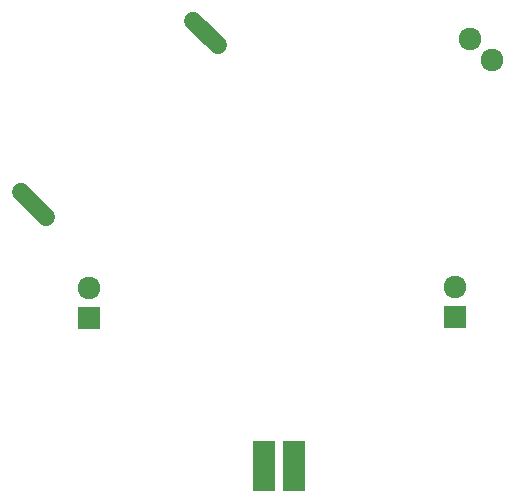
<source format=gbr>
G04 #@! TF.GenerationSoftware,KiCad,Pcbnew,no-vcs-found-4b010ca~60~ubuntu16.04.1*
G04 #@! TF.CreationDate,2017-10-03T11:45:03+03:00*
G04 #@! TF.ProjectId,TuxCon_Kitty_Rev_A,547578436F6E5F4B697474795F526576,rev?*
G04 #@! TF.SameCoordinates,Original*
G04 #@! TF.FileFunction,Soldermask,Top*
G04 #@! TF.FilePolarity,Negative*
%FSLAX46Y46*%
G04 Gerber Fmt 4.6, Leading zero omitted, Abs format (unit mm)*
G04 Created by KiCad (PCBNEW no-vcs-found-4b010ca~60~ubuntu16.04.1) date Tue Oct  3 11:45:03 2017*
%MOMM*%
%LPD*%
G01*
G04 APERTURE LIST*
%ADD10R,1.924000X4.210000*%
%ADD11C,1.924000*%
%ADD12R,1.924000X1.924000*%
%ADD13C,1.510000*%
%ADD14C,1.510000*%
G04 APERTURE END LIST*
D10*
X127770000Y-82423000D03*
X125230000Y-82423000D03*
D11*
X110490000Y-67310000D03*
D12*
X110490000Y-69850000D03*
X141478000Y-69786500D03*
D11*
X141478000Y-67246500D03*
D13*
X120304007Y-45748493D03*
D14*
X121346990Y-46791476D02*
X119261024Y-44705510D01*
D13*
X105755993Y-60296507D03*
D14*
X106798976Y-61339490D02*
X104713010Y-59253524D01*
D11*
X142752513Y-46268936D03*
X144548564Y-48064987D03*
M02*

</source>
